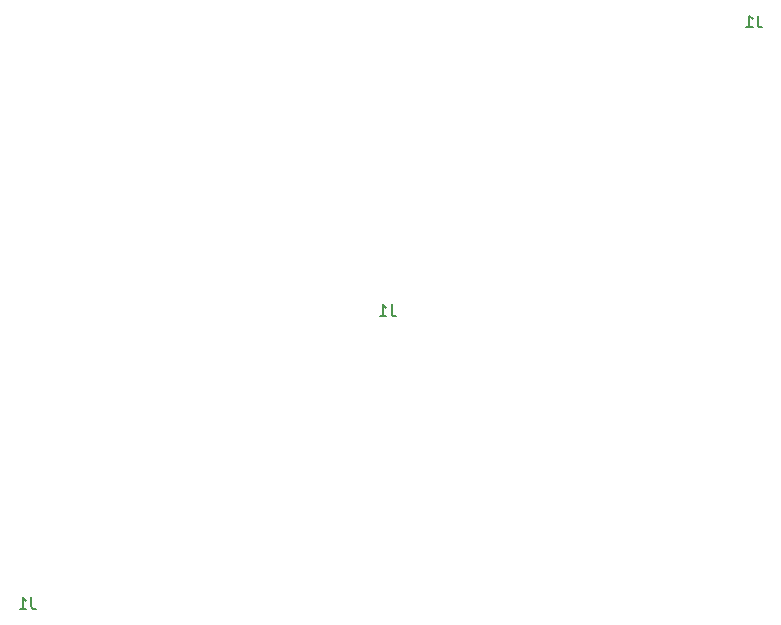
<source format=gbr>
%TF.GenerationSoftware,KiCad,Pcbnew,(6.0.0)*%
%TF.CreationDate,2022-03-28T07:33:37-07:00*%
%TF.ProjectId,flex-24_panel,666c6578-2d32-4345-9f70-616e656c2e6b,A*%
%TF.SameCoordinates,Original*%
%TF.FileFunction,Legend,Bot*%
%TF.FilePolarity,Positive*%
%FSLAX46Y46*%
G04 Gerber Fmt 4.6, Leading zero omitted, Abs format (unit mm)*
G04 Created by KiCad (PCBNEW (6.0.0)) date 2022-03-28 07:33:37*
%MOMM*%
%LPD*%
G01*
G04 APERTURE LIST*
%ADD10C,0.150000*%
G04 APERTURE END LIST*
D10*
%TO.C,J1*%
X178068333Y-92520744D02*
X178068333Y-93235030D01*
X178115952Y-93377887D01*
X178211190Y-93473125D01*
X178354047Y-93520744D01*
X178449285Y-93520744D01*
X177068333Y-93520744D02*
X177639761Y-93520744D01*
X177354047Y-93520744D02*
X177354047Y-92520744D01*
X177449285Y-92663602D01*
X177544523Y-92758840D01*
X177639761Y-92806459D01*
X147068333Y-116970745D02*
X147068333Y-117685031D01*
X147115952Y-117827888D01*
X147211190Y-117923126D01*
X147354047Y-117970745D01*
X147449285Y-117970745D01*
X146068333Y-117970745D02*
X146639761Y-117970745D01*
X146354047Y-117970745D02*
X146354047Y-116970745D01*
X146449285Y-117113603D01*
X146544523Y-117208841D01*
X146639761Y-117256460D01*
X116568333Y-141780256D02*
X116568333Y-142494542D01*
X116615952Y-142637399D01*
X116711190Y-142732637D01*
X116854047Y-142780256D01*
X116949285Y-142780256D01*
X115568333Y-142780256D02*
X116139761Y-142780256D01*
X115854047Y-142780256D02*
X115854047Y-141780256D01*
X115949285Y-141923114D01*
X116044523Y-142018352D01*
X116139761Y-142065971D01*
%TD*%
M02*

</source>
